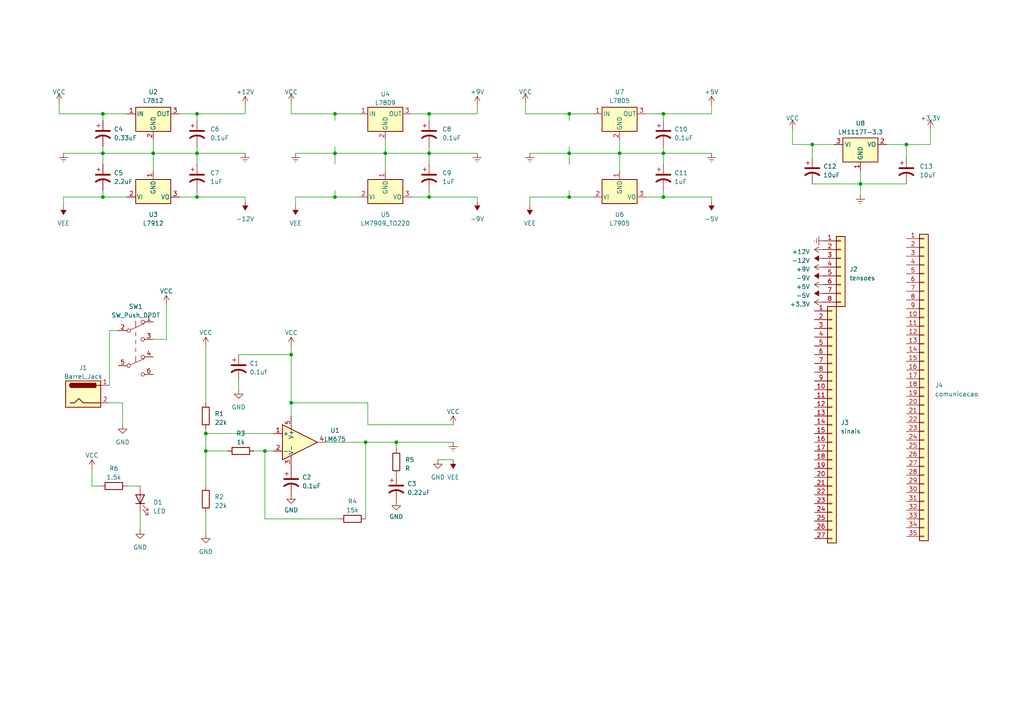
<source format=kicad_sch>
(kicad_sch (version 20230121) (generator eeschema)
  (paper "A4")
  (title_block (title "Fonte de tensao LM675") (date "2023-04-11") (rev "v01") (company "EITduino") (comment 1 "Autor: Gustavo Pinheiro") (comment 2 "reguladores: usar capacitores de tantalo"))
  (lib_symbols
    (symbol "Amplifier_Operational:LM675" (pin_names (offset 0.127))
      (property "Reference" "U" (at 0 7.62 0))
      (property "Value" "LM675" (at 0 5.08 0))
      (symbol "LM675_0_1"
        (polyline (pts (xy -5.08 5.08) (xy 5.08 0) (xy -5.08 -5.08) (xy -5.08 5.08)) (stroke (width 0.254)) (fill (type background)))
      )
      (symbol "LM675_1_1"
        (pin input line (at -7.62 2.54 0) (length 2.54) (name "+") (number "1"))
        (pin input line (at -7.62 -2.54 0) (length 2.54) (name "-") (number "2"))
        (pin power_in line (at -2.54 -7.62 90) (length 3.81) (name "V-") (number "3"))
        (pin output line (at 7.62 0 180) (length 2.54) (name "~") (number "4"))
        (pin power_in line (at -2.54 7.62 270) (length 3.81) (name "V+") (number "5"))
      )
    )
    (symbol "Connector:Barrel_Jack" (pin_names (offset 1.016))
      (property "Reference" "J" (at 0 5.334 0))
      (property "Value" "Barrel_Jack" (at 0 -5.08 0))
      (symbol "Barrel_Jack_0_1"
        (rectangle (start -5.08 3.81) (end 5.08 -3.81) (stroke (width 0.254)) (fill (type background)))
        (arc (start -3.302 3.175) (mid -3.9343 2.54) (end -3.302 1.905) (stroke (width 0.254)))
        (arc (start -3.302 3.175) (mid -3.9343 2.54) (end -3.302 1.905) (stroke (width 0.254)) (fill (type outline)))
        (polyline (pts (xy 5.08 2.54) (xy 3.81 2.54)) (stroke (width 0.254)))
        (polyline (pts (xy -3.81 -2.54) (xy -2.54 -2.54) (xy -1.27 -1.27) (xy 0 -2.54) (xy 2.54 -2.54) (xy 5.08 -2.54)) (stroke (width 0.254)))
        (rectangle (start 3.683 3.175) (end -3.302 1.905) (stroke (width 0.254)) (fill (type outline)))
      )
      (symbol "Barrel_Jack_1_1"
        (pin passive line (at 7.62 2.54 180) (length 2.54) (name "~") (number "1"))
        (pin passive line (at 7.62 -2.54 180) (length 2.54) (name "~") (number "2"))
      )
    )
    (symbol "Connector_Generic:Conn_01x08" (pin_names (offset 1.016) hide)
      (property "Reference" "J" (at 0 10.16 0))
      (property "Value" "Conn_01x08" (at 0 -12.7 0))
      (symbol "Conn_01x08_1_1"
        (rectangle (start -1.27 -10.033) (end 0 -10.287) (stroke (width 0.1524)))
        (rectangle (start -1.27 -7.493) (end 0 -7.747) (stroke (width 0.1524)))
        (rectangle (start -1.27 -4.953) (end 0 -5.207) (stroke (width 0.1524)))
        (rectangle (start -1.27 -2.413) (end 0 -2.667) (stroke (width 0.1524)))
        (rectangle (start -1.27 0.127) (end 0 -0.127) (stroke (width 0.1524)))
        (rectangle (start -1.27 2.667) (end 0 2.413) (stroke (width 0.1524)))
        (rectangle (start -1.27 5.207) (end 0 4.953) (stroke (width 0.1524)))
        (rectangle (start -1.27 7.747) (end 0 7.493) (stroke (width 0.1524)))
        (rectangle (start -1.27 8.89) (end 1.27 -11.43) (stroke (width 0.254)) (fill (type background)))
        (pin passive line (at -5.08 7.62 0) (length 3.81) (name "Pin_1") (number "1"))
        (pin passive line (at -5.08 5.08 0) (length 3.81) (name "Pin_2") (number "2"))
        (pin passive line (at -5.08 2.54 0) (length 3.81) (name "Pin_3") (number "3"))
        (pin passive line (at -5.08 0 0) (length 3.81) (name "Pin_4") (number "4"))
        (pin passive line (at -5.08 -2.54 0) (length 3.81) (name "Pin_5") (number "5"))
        (pin passive line (at -5.08 -5.08 0) (length 3.81) (name "Pin_6") (number "6"))
        (pin passive line (at -5.08 -7.62 0) (length 3.81) (name "Pin_7") (number "7"))
        (pin passive line (at -5.08 -10.16 0) (length 3.81) (name "Pin_8") (number "8"))
      )
    )
    (symbol "Connector_Generic:Conn_01x27" (pin_names (offset 1.016) hide)
      (property "Reference" "J" (at 0 35.56 0))
      (property "Value" "Conn_01x27" (at 0 -35.56 0))
      (symbol "Conn_01x27_1_1"
        (rectangle (start -1.27 -32.893) (end 0 -33.147) (stroke (width 0.1524)))
        (rectangle (start -1.27 -30.353) (end 0 -30.607) (stroke (width 0.1524)))
        (rectangle (start -1.27 -27.813) (end 0 -28.067) (stroke (width 0.1524)))
        (rectangle (start -1.27 -25.273) (end 0 -25.527) (stroke (width 0.1524)))
        (rectangle (start -1.27 -22.733) (end 0 -22.987) (stroke (width 0.1524)))
        (rectangle (start -1.27 -20.193) (end 0 -20.447) (stroke (width 0.1524)))
        (rectangle (start -1.27 -17.653) (end 0 -17.907) (stroke (width 0.1524)))
        (rectangle (start -1.27 -15.113) (end 0 -15.367) (stroke (width 0.1524)))
        (rectangle (start -1.27 -12.573) (end 0 -12.827) (stroke (width 0.1524)))
        (rectangle (start -1.27 -10.033) (end 0 -10.287) (stroke (width 0.1524)))
        (rectangle (start -1.27 -7.493) (end 0 -7.747) (stroke (width 0.1524)))
        (rectangle (start -1.27 -4.953) (end 0 -5.207) (stroke (width 0.1524)))
        (rectangle (start -1.27 -2.413) (end 0 -2.667) (stroke (width 0.1524)))
        (rectangle (start -1.27 0.127) (end 0 -0.127) (stroke (width 0.1524)))
        (rectangle (start -1.27 2.667) (end 0 2.413) (stroke (width 0.1524)))
        (rectangle (start -1.27 5.207) (end 0 4.953) (stroke (width 0.1524)))
        (rectangle (start -1.27 7.747) (end 0 7.493) (stroke (width 0.1524)))
        (rectangle (start -1.27 10.287) (end 0 10.033) (stroke (width 0.1524)))
        (rectangle (start -1.27 12.827) (end 0 12.573) (stroke (width 0.1524)))
        (rectangle (start -1.27 15.367) (end 0 15.113) (stroke (width 0.1524)))
        (rectangle (start -1.27 17.907) (end 0 17.653) (stroke (width 0.1524)))
        (rectangle (start -1.27 20.447) (end 0 20.193) (stroke (width 0.1524)))
        (rectangle (start -1.27 22.987) (end 0 22.733) (stroke (width 0.1524)))
        (rectangle (start -1.27 25.527) (end 0 25.273) (stroke (width 0.1524)))
        (rectangle (start -1.27 28.067) (end 0 27.813) (stroke (width 0.1524)))
        (rectangle (start -1.27 30.607) (end 0 30.353) (stroke (width 0.1524)))
        (rectangle (start -1.27 33.147) (end 0 32.893) (stroke (width 0.1524)))
        (rectangle (start -1.27 34.29) (end 1.27 -34.29) (stroke (width 0.254)) (fill (type background)))
        (pin passive line (at -5.08 33.02 0) (length 3.81) (name "Pin_1") (number "1"))
        (pin passive line (at -5.08 10.16 0) (length 3.81) (name "Pin_10") (number "10"))
        (pin passive line (at -5.08 7.62 0) (length 3.81) (name "Pin_11") (number "11"))
        (pin passive line (at -5.08 5.08 0) (length 3.81) (name "Pin_12") (number "12"))
        (pin passive line (at -5.08 2.54 0) (length 3.81) (name "Pin_13") (number "13"))
        (pin passive line (at -5.08 0 0) (length 3.81) (name "Pin_14") (number "14"))
        (pin passive line (at -5.08 -2.54 0) (length 3.81) (name "Pin_15") (number "15"))
        (pin passive line (at -5.08 -5.08 0) (length 3.81) (name "Pin_16") (number "16"))
        (pin passive line (at -5.08 -7.62 0) (length 3.81) (name "Pin_17") (number "17"))
        (pin passive line (at -5.08 -10.16 0) (length 3.81) (name "Pin_18") (number "18"))
        (pin passive line (at -5.08 -12.7 0) (length 3.81) (name "Pin_19") (number "19"))
        (pin passive line (at -5.08 30.48 0) (length 3.81) (name "Pin_2") (number "2"))
        (pin passive line (at -5.08 -15.24 0) (length 3.81) (name "Pin_20") (number "20"))
        (pin passive line (at -5.08 -17.78 0) (length 3.81) (name "Pin_21") (number "21"))
        (pin passive line (at -5.08 -20.32 0) (length 3.81) (name "Pin_22") (number "22"))
        (pin passive line (at -5.08 -22.86 0) (length 3.81) (name "Pin_23") (number "23"))
        (pin passive line (at -5.08 -25.4 0) (length 3.81) (name "Pin_24") (number "24"))
        (pin passive line (at -5.08 -27.94 0) (length 3.81) (name "Pin_25") (number "25"))
        (pin passive line (at -5.08 -30.48 0) (length 3.81) (name "Pin_26") (number "26"))
        (pin passive line (at -5.08 -33.02 0) (length 3.81) (name "Pin_27") (number "27"))
        (pin passive line (at -5.08 27.94 0) (length 3.81) (name "Pin_3") (number "3"))
        (pin passive line (at -5.08 25.4 0) (length 3.81) (name "Pin_4") (number "4"))
        (pin passive line (at -5.08 22.86 0) (length 3.81) (name "Pin_5") (number "5"))
        (pin passive line (at -5.08 20.32 0) (length 3.81) (name "Pin_6") (number "6"))
        (pin passive line (at -5.08 17.78 0) (length 3.81) (name "Pin_7") (number "7"))
        (pin passive line (at -5.08 15.24 0) (length 3.81) (name "Pin_8") (number "8"))
        (pin passive line (at -5.08 12.7 0) (length 3.81) (name "Pin_9") (number "9"))
      )
    )
    (symbol "Connector_Generic:Conn_01x35" (pin_names (offset 1.016) hide)
      (property "Reference" "J" (at 0 45.72 0))
      (property "Value" "Conn_01x35" (at 0 -45.72 0))
      (symbol "Conn_01x35_1_1"
        (rectangle (start -1.27 -43.053) (end 0 -43.307) (stroke (width 0.1524)))
        (rectangle (start -1.27 -40.513) (end 0 -40.767) (stroke (width 0.1524)))
        (rectangle (start -1.27 -37.973) (end 0 -38.227) (stroke (width 0.1524)))
        (rectangle (start -1.27 -35.433) (end 0 -35.687) (stroke (width 0.1524)))
        (rectangle (start -1.27 -32.893) (end 0 -33.147) (stroke (width 0.1524)))
        (rectangle (start -1.27 -30.353) (end 0 -30.607) (stroke (width 0.1524)))
        (rectangle (start -1.27 -27.813) (end 0 -28.067) (stroke (width 0.1524)))
        (rectangle (start -1.27 -25.273) (end 0 -25.527) (stroke (width 0.1524)))
        (rectangle (start -1.27 -22.733) (end 0 -22.987) (stroke (width 0.1524)))
        (rectangle (start -1.27 -20.193) (end 0 -20.447) (stroke (width 0.1524)))
        (rectangle (start -1.27 -17.653) (end 0 -17.907) (stroke (width 0.1524)))
        (rectangle (start -1.27 -15.113) (end 0 -15.367) (stroke (width 0.1524)))
        (rectangle (start -1.27 -12.573) (end 0 -12.827) (stroke (width 0.1524)))
        (rectangle (start -1.27 -10.033) (end 0 -10.287) (stroke (width 0.1524)))
        (rectangle (start -1.27 -7.493) (end 0 -7.747) (stroke (width 0.1524)))
        (rectangle (start -1.27 -4.953) (end 0 -5.207) (stroke (width 0.1524)))
        (rectangle (start -1.27 -2.413) (end 0 -2.667) (stroke (width 0.1524)))
        (rectangle (start -1.27 0.127) (end 0 -0.127) (stroke (width 0.1524)))
        (rectangle (start -1.27 2.667) (end 0 2.413) (stroke (width 0.1524)))
        (rectangle (start -1.27 5.207) (end 0 4.953) (stroke (width 0.1524)))
        (rectangle (start -1.27 7.747) (end 0 7.493) (stroke (width 0.1524)))
        (rectangle (start -1.27 10.287) (end 0 10.033) (stroke (width 0.1524)))
        (rectangle (start -1.27 12.827) (end 0 12.573) (stroke (width 0.1524)))
        (rectangle (start -1.27 15.367) (end 0 15.113) (stroke (width 0.1524)))
        (rectangle (start -1.27 17.907) (end 0 17.653) (stroke (width 0.1524)))
        (rectangle (start -1.27 20.447) (end 0 20.193) (stroke (width 0.1524)))
        (rectangle (start -1.27 22.987) (end 0 22.733) (stroke (width 0.1524)))
        (rectangle (start -1.27 25.527) (end 0 25.273) (stroke (width 0.1524)))
        (rectangle (start -1.27 28.067) (end 0 27.813) (stroke (width 0.1524)))
        (rectangle (start -1.27 30.607) (end 0 30.353) (stroke (width 0.1524)))
        (rectangle (start -1.27 33.147) (end 0 32.893) (stroke (width 0.1524)))
        (rectangle (start -1.27 35.687) (end 0 35.433) (stroke (width 0.1524)))
        (rectangle (start -1.27 38.227) (end 0 37.973) (stroke (width 0.1524)))
        (rectangle (start -1.27 40.767) (end 0 40.513) (stroke (width 0.1524)))
        (rectangle (start -1.27 43.307) (end 0 43.053) (stroke (width 0.1524)))
        (rectangle (start -1.27 44.45) (end 1.27 -44.45) (stroke (width 0.254)) (fill (type background)))
        (pin passive line (at -5.08 43.18 0) (length 3.81) (name "Pin_1") (number "1"))
        (pin passive line (at -5.08 20.32 0) (length 3.81) (name "Pin_10") (number "10"))
        (pin passive line (at -5.08 17.78 0) (length 3.81) (name "Pin_11") (number "11"))
        (pin passive line (at -5.08 15.24 0) (length 3.81) (name "Pin_12") (number "12"))
        (pin passive line (at -5.08 12.7 0) (length 3.81) (name "Pin_13") (number "13"))
        (pin passive line (at -5.08 10.16 0) (length 3.81) (name "Pin_14") (number "14"))
        (pin passive line (at -5.08 7.62 0) (length 3.81) (name "Pin_15") (number "15"))
        (pin passive line (at -5.08 5.08 0) (length 3.81) (name "Pin_16") (number "16"))
        (pin passive line (at -5.08 2.54 0) (length 3.81) (name "Pin_17") (number "17"))
        (pin passive line (at -5.08 0 0) (length 3.81) (name "Pin_18") (number "18"))
        (pin passive line (at -5.08 -2.54 0) (length 3.81) (name "Pin_19") (number "19"))
        (pin passive line (at -5.08 40.64 0) (length 3.81) (name "Pin_2") (number "2"))
        (pin passive line (at -5.08 -5.08 0) (length 3.81) (name "Pin_20") (number "20"))
        (pin passive line (at -5.08 -7.62 0) (length 3.81) (name "Pin_21") (number "21"))
        (pin passive line (at -5.08 -10.16 0) (length 3.81) (name "Pin_22") (number "22"))
        (pin passive line (at -5.08 -12.7 0) (length 3.81) (name "Pin_23") (number "23"))
        (pin passive line (at -5.08 -15.24 0) (length 3.81) (name "Pin_24") (number "24"))
        (pin passive line (at -5.08 -17.78 0) (length 3.81) (name "Pin_25") (number "25"))
        (pin passive line (at -5.08 -20.32 0) (length 3.81) (name "Pin_26") (number "26"))
        (pin passive line (at -5.08 -22.86 0) (length 3.81) (name "Pin_27") (number "27"))
        (pin passive line (at -5.08 -25.4 0) (length 3.81) (name "Pin_28") (number "28"))
        (pin passive line (at -5.08 -27.94 0) (length 3.81) (name "Pin_29") (number "29"))
        (pin passive line (at -5.08 38.1 0) (length 3.81) (name "Pin_3") (number "3"))
        (pin passive line (at -5.08 -30.48 0) (length 3.81) (name "Pin_30") (number "30"))
        (pin passive line (at -5.08 -33.02 0) (length 3.81) (name "Pin_31") (number "31"))
        (pin passive line (at -5.08 -35.56 0) (length 3.81) (name "Pin_32") (number "32"))
        (pin passive line (at -5.08 -38.1 0) (length 3.81) (name "Pin_33") (number "33"))
        (pin passive line (at -5.08 -40.64 0) (length 3.81) (name "Pin_34") (number "34"))
        (pin passive line (at -5.08 -43.18 0) (length 3.81) (name "Pin_35") (number "35"))
        (pin passive line (at -5.08 35.56 0) (length 3.81) (name "Pin_4") (number "4"))
        (pin passive line (at -5.08 33.02 0) (length 3.81) (name "Pin_5") (number "5"))
        (pin passive line (at -5.08 30.48 0) (length 3.81) (name "Pin_6") (number "6"))
        (pin passive line (at -5.08 27.94 0) (length 3.81) (name "Pin_7") (number "7"))
        (pin passive line (at -5.08 25.4 0) (length 3.81) (name "Pin_8") (number "8"))
        (pin passive line (at -5.08 22.86 0) (length 3.81) (name "Pin_9") (number "9"))
      )
    )
    (symbol "Device:C_Polarized_US" (pin_numbers hide) (pin_names (offset 0.254) hide)
      (property "Reference" "C" (at 0.635 2.54 0))
      (property "Value" "C_Polarized_US" (at 0.635 -2.54 0))
      (symbol "C_Polarized_US_0_1"
        (polyline (pts (xy -2.032 0.762) (xy 2.032 0.762)) (stroke (width 0.508)))
        (polyline (pts (xy -1.778 2.286) (xy -0.762 2.286)))
        (polyline (pts (xy -1.27 1.778) (xy -1.27 2.794)))
        (arc (start 2.032 -1.27) (mid 0 -0.5572) (end -2.032 -1.27) (stroke (width 0.508)))
      )
      (symbol "C_Polarized_US_1_1"
        (pin passive line (at 0 3.81 270) (length 2.794) (name "~") (number "1"))
        (pin passive line (at 0 -3.81 90) (length 3.302) (name "~") (number "2"))
      )
    )
    (symbol "Device:LED" (pin_numbers hide) (pin_names (offset 1.016) hide)
      (property "Reference" "D" (at 0 2.54 0))
      (property "Value" "LED" (at 0 -2.54 0))
      (symbol "LED_0_1"
        (polyline (pts (xy -1.27 -1.27) (xy -1.27 1.27)) (stroke (width 0.254)))
        (polyline (pts (xy -1.27 0) (xy 1.27 0)))
        (polyline (pts (xy 1.27 -1.27) (xy 1.27 1.27) (xy -1.27 0) (xy 1.27 -1.27)) (stroke (width 0.254)))
        (polyline (pts (xy -3.048 -0.762) (xy -4.572 -2.286) (xy -3.81 -2.286) (xy -4.572 -2.286) (xy -4.572 -1.524)))
        (polyline (pts (xy -1.778 -0.762) (xy -3.302 -2.286) (xy -2.54 -2.286) (xy -3.302 -2.286) (xy -3.302 -1.524)))
      )
      (symbol "LED_1_1"
        (pin passive line (at -3.81 0 0) (length 2.54) (name "K") (number "1"))
        (pin passive line (at 3.81 0 180) (length 2.54) (name "A") (number "2"))
      )
    )
    (symbol "Device:R" (pin_numbers hide) (pin_names (offset 0))
      (property "Reference" "R" (at 2.032 0 90))
      (property "Value" "R" (at 0 0 90))
      (symbol "R_0_1"
        (rectangle (start -1.016 -2.54) (end 1.016 2.54) (stroke (width 0.254)))
      )
      (symbol "R_1_1"
        (pin passive line (at 0 3.81 270) (length 1.27) (name "~") (number "1"))
        (pin passive line (at 0 -3.81 90) (length 1.27) (name "~") (number "2"))
      )
    )
    (symbol "GND_1" (power) (pin_names (offset 0))
      (property "Value" "GND_1" (at 0 -3.81 0))
      (symbol "GND_1_0_1"
        (polyline (pts (xy 0 0) (xy 0 -1.27) (xy 1.27 -1.27) (xy 0 -2.54) (xy -1.27 -1.27) (xy 0 -1.27)))
      )
      (symbol "GND_1_1_1"
        (pin power_in line (at 0 0 270) (length 0) hide (name "GND") (number "1"))
      )
    )
    (symbol "Regulator_Linear:L7805" (pin_names (offset 0.254))
      (property "Reference" "U" (at -3.81 3.175 0))
      (property "Value" "L7805" (at 0 3.175 0))
      (symbol "L7805_0_1"
        (rectangle (start -5.08 1.905) (end 5.08 -5.08) (stroke (width 0.254)) (fill (type background)))
      )
      (symbol "L7805_1_1"
        (pin power_in line (at -7.62 0 0) (length 2.54) (name "IN") (number "1"))
        (pin power_in line (at 0 -7.62 90) (length 2.54) (name "GND") (number "2"))
        (pin power_out line (at 7.62 0 180) (length 2.54) (name "OUT") (number "3"))
      )
    )
    (symbol "Regulator_Linear:L7809" (pin_names (offset 0.254))
      (property "Reference" "U" (at -3.81 3.175 0))
      (property "Value" "L7809" (at 0 3.175 0))
      (symbol "L7809_0_1"
        (rectangle (start -5.08 1.905) (end 5.08 -5.08) (stroke (width 0.254)) (fill (type background)))
      )
      (symbol "L7809_1_1"
        (pin power_in line (at -7.62 0 0) (length 2.54) (name "IN") (number "1"))
        (pin power_in line (at 0 -7.62 90) (length 2.54) (name "GND") (number "2"))
        (pin power_out line (at 7.62 0 180) (length 2.54) (name "OUT") (number "3"))
      )
    )
    (symbol "Regulator_Linear:L7812" (pin_names (offset 0.254))
      (property "Reference" "U" (at -3.81 3.175 0))
      (property "Value" "L7812" (at 0 3.175 0))
      (symbol "L7812_0_1"
        (rectangle (start -5.08 1.905) (end 5.08 -5.08) (stroke (width 0.254)) (fill (type background)))
      )
      (symbol "L7812_1_1"
        (pin power_in line (at -7.62 0 0) (length 2.54) (name "IN") (number "1"))
        (pin power_in line (at 0 -7.62 90) (length 2.54) (name "GND") (number "2"))
        (pin power_out line (at 7.62 0 180) (length 2.54) (name "OUT") (number "3"))
      )
    )
    (symbol "Regulator_Linear:L7905" (pin_names (offset 0.254))
      (property "Reference" "U" (at -3.81 -3.175 0))
      (property "Value" "L7905" (at 0 -3.175 0))
      (symbol "L7905_0_1"
        (rectangle (start -5.08 5.08) (end 5.08 -1.905) (stroke (width 0.254)) (fill (type background)))
      )
      (symbol "L7905_1_1"
        (pin power_in line (at 0 7.62 270) (length 2.54) (name "GND") (number "1"))
        (pin power_in line (at -7.62 0 0) (length 2.54) (name "VI") (number "2"))
        (pin power_out line (at 7.62 0 180) (length 2.54) (name "VO") (number "3"))
      )
    )
    (symbol "Regulator_Linear:L7912" (pin_names (offset 0.254))
      (property "Reference" "U" (at -3.81 -3.175 0))
      (property "Value" "L7912" (at 0 -3.175 0))
      (symbol "L7912_0_1"
        (rectangle (start -5.08 5.08) (end 5.08 -1.905) (stroke (width 0.254)) (fill (type background)))
      )
      (symbol "L7912_1_1"
        (pin power_in line (at 0 7.62 270) (length 2.54) (name "GND") (number "1"))
        (pin power_in line (at -7.62 0 0) (length 2.54) (name "VI") (number "2"))
        (pin power_out line (at 7.62 0 180) (length 2.54) (name "VO") (number "3"))
      )
    )
    (symbol "Regulator_Linear:LM1117T-3.3"
      (property "Reference" "U" (at -3.81 3.175 0))
      (property "Value" "LM1117T-3.3" (at 0 3.175 0))
      (symbol "LM1117T-3.3_0_1"
        (rectangle (start -5.08 -5.08) (end 5.08 1.905) (stroke (width 0.254)) (fill (type background)))
      )
      (symbol "LM1117T-3.3_1_1"
        (pin power_in line (at 0 -7.62 90) (length 2.54) (name "GND") (number "1"))
        (pin power_out line (at 7.62 0 180) (length 2.54) (name "VO") (number "2"))
        (pin power_in line (at -7.62 0 0) (length 2.54) (name "VI") (number "3"))
      )
    )
    (symbol "Regulator_Linear:LM7909_TO220" (pin_names (offset 0.254))
      (property "Reference" "U" (at -3.81 -3.175 0))
      (property "Value" "LM7909_TO220" (at 0 -3.175 0))
      (symbol "LM7909_TO220_0_1"
        (rectangle (start -5.08 5.08) (end 5.08 -1.905) (stroke (width 0.254)) (fill (type background)))
      )
      (symbol "LM7909_TO220_1_1"
        (pin power_in line (at 0 7.62 270) (length 2.54) (name "GND") (number "1"))
        (pin power_in line (at -7.62 0 0) (length 2.54) (name "VI") (number "2"))
        (pin power_out line (at 7.62 0 180) (length 2.54) (name "VO") (number "3"))
      )
    )
    (symbol "Switch:SW_Push_DPDT" (pin_names (offset 0) hide)
      (property "Reference" "SW" (at 0 8.89 0))
      (property "Value" "SW_Push_DPDT" (at 0 -10.16 0))
      (symbol "SW_Push_DPDT_0_0"
        (circle (center -2.032 -5.08) (radius 0.508))
        (circle (center -2.032 5.08) (radius 0.508))
        (circle (center 2.032 -7.62) (radius 0.508))
        (circle (center 2.032 2.54) (radius 0.508))
      )
      (symbol "SW_Push_DPDT_0_1"
        (polyline (pts (xy -1.524 -4.826) (xy 2.54 -3.048)))
        (polyline (pts (xy -1.524 5.334) (xy 2.54 7.112)))
        (polyline (pts (xy 0 -2.286) (xy 0 -4.064)))
        (polyline (pts (xy 0 -1.016) (xy 0 0)))
        (polyline (pts (xy 0 1.27) (xy 0 2.286)))
        (polyline (pts (xy 0 3.556) (xy 0 4.572)))
        (polyline (pts (xy 0 7.874) (xy 0 6.096)))
        (circle (center 2.032 -2.54) (radius 0.508))
        (circle (center 2.032 7.62) (radius 0.508))
      )
      (symbol "SW_Push_DPDT_1_1"
        (pin passive line (at 5.08 7.62 180) (length 2.54) (name "A") (number "1"))
        (pin passive line (at -5.08 5.08 0) (length 2.54) (name "B") (number "2"))
        (pin passive line (at 5.08 2.54 180) (length 2.54) (name "C") (number "3"))
        (pin passive line (at 5.08 -2.54 180) (length 2.54) (name "A") (number "4"))
        (pin passive line (at -5.08 -5.08 0) (length 2.54) (name "B") (number "5"))
        (pin passive line (at 5.08 -7.62 180) (length 2.54) (name "C") (number "6"))
      )
    )
    (symbol "VCC_1" (power) (pin_names (offset 0))
      (property "Value" "VCC_1" (at 0 3.81 0))
      (symbol "VCC_1_0_1"
        (polyline (pts (xy -0.762 1.27) (xy 0 2.54)))
        (polyline (pts (xy 0 0) (xy 0 2.54)))
        (polyline (pts (xy 0 2.54) (xy 0.762 1.27)))
      )
      (symbol "VCC_1_1_1"
        (pin power_in line (at 0 0 90) (length 0) hide (name "VCC") (number "1"))
      )
    )
    (symbol "power:+12V" (power) (pin_names (offset 0))
      (property "Value" "+12V" (at 0 3.556 0))
      (symbol "+12V_0_1"
        (polyline (pts (xy -0.762 1.27) (xy 0 2.54)))
        (polyline (pts (xy 0 0) (xy 0 2.54)))
        (polyline (pts (xy 0 2.54) (xy 0.762 1.27)))
      )
      (symbol "+12V_1_1"
        (pin power_in line (at 0 0 90) (length 0) hide (name "+12V") (number "1"))
      )
    )
    (symbol "power:+3.3V" (power) (pin_names (offset 0))
      (property "Value" "+3.3V" (at 0 3.556 0))
      (symbol "+3.3V_0_1"
        (polyline (pts (xy -0.762 1.27) (xy 0 2.54)))
        (polyline (pts (xy 0 0) (xy 0 2.54)))
        (polyline (pts (xy 0 2.54) (xy 0.762 1.27)))
      )
      (symbol "+3.3V_1_1"
        (pin power_in line (at 0 0 90) (length 0) hide (name "+3.3V") (number "1"))
      )
    )
    (symbol "power:+5V" (power) (pin_names (offset 0))
      (property "Value" "+5V" (at 0 3.556 0))
      (symbol "+5V_0_1"
        (polyline (pts (xy -0.762 1.27) (xy 0 2.54)))
        (polyline (pts (xy 0 0) (xy 0 2.54)))
        (polyline (pts (xy 0 2.54) (xy 0.762 1.27)))
      )
      (symbol "+5V_1_1"
        (pin power_in line (at 0 0 90) (length 0) hide (name "+5V") (number "1"))
      )
    )
    (symbol "power:+9V" (power) (pin_names (offset 0))
      (property "Value" "+9V" (at 0 3.556 0))
      (symbol "+9V_0_1"
        (polyline (pts (xy -0.762 1.27) (xy 0 2.54)))
        (polyline (pts (xy 0 0) (xy 0 2.54)))
        (polyline (pts (xy 0 2.54) (xy 0.762 1.27)))
      )
      (symbol "+9V_1_1"
        (pin power_in line (at 0 0 90) (length 0) hide (name "+9V") (number "1"))
      )
    )
    (symbol "power:-12V" (power) (pin_names (offset 0))
      (property "Value" "-12V" (at 0 3.81 0))
      (symbol "-12V_0_0"
        (pin power_in line (at 0 0 90) (length 0) hide (name "-12V") (number "1"))
      )
      (symbol "-12V_0_1"
        (polyline (pts (xy 0 0) (xy 0 1.27) (xy 0.762 1.27) (xy 0 2.54) (xy -0.762 1.27) (xy 0 1.27)) (fill (type outline)))
      )
    )
    (symbol "power:-5V" (power) (pin_names (offset 0))
      (property "Value" "-5V" (at 0 3.81 0))
      (symbol "-5V_0_0"
        (pin power_in line (at 0 0 90) (length 0) hide (name "-5V") (number "1"))
      )
      (symbol "-5V_0_1"
        (polyline (pts (xy 0 0) (xy 0 1.27) (xy 0.762 1.27) (xy 0 2.54) (xy -0.762 1.27) (xy 0 1.27)) (fill (type outline)))
      )
    )
    (symbol "power:-9V" (power) (pin_names (offset 0))
      (property "Value" "-9V" (at 0 3.81 0))
      (symbol "-9V_0_1"
        (polyline (pts (xy 0 0) (xy 0 2.54)))
        (polyline (pts (xy 0.762 1.27) (xy -0.762 1.27) (xy 0 2.54) (xy 0.762 1.27)) (fill (type outline)))
      )
      (symbol "-9V_1_1"
        (pin power_in line (at 0 0 90) (length 0) hide (name "-9V") (number "1"))
      )
    )
    (symbol "power:Earth" (power) (pin_names (offset 0))
      (symbol "Earth_0_1"
        (polyline (pts (xy -0.635 -1.905) (xy 0.635 -1.905)))
        (polyline (pts (xy -0.127 -2.54) (xy 0.127 -2.54)))
        (polyline (pts (xy 0 -1.27) (xy 0 0)))
        (polyline (pts (xy 1.27 -1.27) (xy -1.27 -1.27)))
      )
      (symbol "Earth_1_1"
        (pin power_in line (at 0 0 270) (length 0) hide (name "Earth") (number "1"))
      )
    )
    (symbol "power:GND" (power) (pin_names (offset 0))
      (property "Value" "GND" (at 0 -3.81 0))
      (symbol "GND_0_1"
        (polyline (pts (xy 0 0) (xy 0 -1.27) (xy 1.27 -1.27) (xy 0 -2.54) (xy -1.27 -1.27) (xy 0 -1.27)))
      )
      (symbol "GND_1_1"
        (pin power_in line (at 0 0 270) (length 0) hide (name "GND") (number "1"))
      )
    )
    (symbol "power:VCC" (power) (pin_names (offset 0))
      (property "Value" "VCC" (at 0 3.81 0))
      (symbol "VCC_0_1"
        (polyline (pts (xy -0.762 1.27) (xy 0 2.54)))
        (polyline (pts (xy 0 0) (xy 0 2.54)))
        (polyline (pts (xy 0 2.54) (xy 0.762 1.27)))
      )
      (symbol "VCC_1_1"
        (pin power_in line (at 0 0 90) (length 0) hide (name "VCC") (number "1"))
      )
    )
    (symbol "power:VEE" (power) (pin_names (offset 0))
      (property "Value" "VEE" (at 0 3.81 0))
      (symbol "VEE_0_1"
        (polyline (pts (xy 0 0) (xy 0 2.54)))
        (polyline (pts (xy 0.762 1.27) (xy -0.762 1.27) (xy 0 2.54) (xy 0.762 1.27)) (fill (type outline)))
      )
      (symbol "VEE_1_1"
        (pin power_in line (at 0 0 90) (length 0) hide (name "VEE") (number "1"))
      )
    )
  )
  (junction (at 192.405 57.15))
  (junction (at 44.45 44.45))
  (junction (at 57.15 44.45))
  (junction (at 97.155 33.02))
  (junction (at 111.76 44.45))
  (junction (at 84.455 116.84))
  (junction (at 192.405 44.45))
  (junction (at 235.585 41.91))
  (junction (at 165.1 57.15))
  (junction (at 29.845 57.15))
  (junction (at 84.455 102.87))
  (junction (at 165.1 44.45))
  (junction (at 192.405 33.02))
  (junction (at 124.46 57.15))
  (junction (at 59.69 125.73))
  (junction (at 114.935 128.27))
  (junction (at 97.155 44.45))
  (junction (at 249.555 53.34))
  (junction (at 124.46 33.02))
  (junction (at 29.845 33.02))
  (junction (at 59.69 130.81))
  (junction (at 57.15 33.02))
  (junction (at 262.89 41.91))
  (junction (at 179.705 44.45))
  (junction (at 76.835 130.81))
  (junction (at 57.15 57.15))
  (junction (at 124.46 44.45))
  (junction (at 106.045 128.27))
  (junction (at 29.845 44.45))
  (junction (at 165.1 33.02))
  (junction (at 97.155 57.15))
  (wire (pts (xy 76.835 150.495) (xy 76.835 130.81)))
  (wire (pts (xy 269.875 41.91) (xy 262.89 41.91)))
  (wire (pts (xy 84.455 29.845) (xy 84.455 33.02)))
  (wire (pts (xy 29.845 33.02) (xy 36.83 33.02)))
  (wire (pts (xy 18.415 44.45) (xy 29.845 44.45)))
  (wire (pts (xy 84.455 116.84) (xy 84.455 120.65)))
  (wire (pts (xy 48.26 88.265) (xy 48.26 98.425)))
  (wire (pts (xy 235.585 41.91) (xy 241.935 41.91)))
  (wire (pts (xy 229.87 41.91) (xy 235.585 41.91)))
  (wire (pts (xy 97.155 33.02) (xy 104.14 33.02)))
  (wire (pts (xy 40.64 148.59) (xy 40.64 153.67)))
  (wire (pts (xy 69.215 110.49) (xy 69.215 113.03)))
  (wire (pts (xy 69.215 102.87) (xy 84.455 102.87)))
  (wire (pts (xy 85.725 57.15) (xy 97.155 57.15)))
  (wire (pts (xy 76.835 130.81) (xy 79.375 130.81)))
  (wire (pts (xy 165.1 33.02) (xy 172.085 33.02)))
  (wire (pts (xy 85.725 59.69) (xy 85.725 57.15)))
  (wire (pts (xy 111.76 40.64) (xy 111.76 44.45)))
  (wire (pts (xy 114.935 128.27) (xy 131.445 128.27)))
  (wire (pts (xy 97.155 34.925) (xy 97.155 33.02)))
  (wire (pts (xy 192.405 42.545) (xy 192.405 44.45)))
  (wire (pts (xy 152.4 33.02) (xy 165.1 33.02)))
  (wire (pts (xy 26.67 140.97) (xy 29.21 140.97)))
  (wire (pts (xy 152.4 29.845) (xy 152.4 33.02)))
  (wire (pts (xy 192.405 44.45) (xy 206.375 44.45)))
  (wire (pts (xy 187.325 33.02) (xy 192.405 33.02)))
  (wire (pts (xy 34.29 95.885) (xy 31.75 95.885)))
  (wire (pts (xy 165.1 34.925) (xy 165.1 33.02)))
  (wire (pts (xy 165.1 44.45) (xy 179.705 44.45)))
  (wire (pts (xy 114.935 128.27) (xy 114.935 130.175)))
  (wire (pts (xy 153.67 57.15) (xy 165.1 57.15)))
  (wire (pts (xy 165.1 42.545) (xy 165.1 44.45)))
  (wire (pts (xy 106.68 123.19) (xy 106.68 116.84)))
  (wire (pts (xy 59.69 124.46) (xy 59.69 125.73)))
  (wire (pts (xy 262.89 41.91) (xy 262.89 45.72)))
  (wire (pts (xy 71.12 57.15) (xy 71.12 58.42)))
  (wire (pts (xy 57.15 44.45) (xy 71.12 44.45)))
  (wire (pts (xy 192.405 33.02) (xy 192.405 34.925)))
  (wire (pts (xy 57.15 44.45) (xy 57.15 47.625)))
  (wire (pts (xy 18.415 57.15) (xy 29.845 57.15)))
  (wire (pts (xy 192.405 33.02) (xy 206.375 33.02)))
  (wire (pts (xy 35.56 116.84) (xy 35.56 123.19)))
  (wire (pts (xy 192.405 57.15) (xy 206.375 57.15)))
  (wire (pts (xy 57.15 57.15) (xy 57.15 55.245)))
  (wire (pts (xy 97.155 55.245) (xy 97.155 57.15)))
  (wire (pts (xy 127 133.35) (xy 131.445 133.35)))
  (wire (pts (xy 119.38 33.02) (xy 124.46 33.02)))
  (wire (pts (xy 29.845 57.15) (xy 36.83 57.15)))
  (wire (pts (xy 106.045 128.27) (xy 106.045 150.495)))
  (wire (pts (xy 229.87 37.465) (xy 229.87 41.91)))
  (wire (pts (xy 124.46 44.45) (xy 138.43 44.45)))
  (wire (pts (xy 29.845 44.45) (xy 44.45 44.45)))
  (wire (pts (xy 111.76 44.45) (xy 124.46 44.45)))
  (wire (pts (xy 235.585 53.34) (xy 249.555 53.34)))
  (wire (pts (xy 206.375 57.15) (xy 206.375 58.42)))
  (wire (pts (xy 48.26 98.425) (xy 44.45 98.425)))
  (wire (pts (xy 26.67 135.89) (xy 26.67 140.97)))
  (wire (pts (xy 165.1 55.245) (xy 165.1 57.15)))
  (wire (pts (xy 124.46 57.15) (xy 138.43 57.15)))
  (wire (pts (xy 59.69 125.73) (xy 79.375 125.73)))
  (wire (pts (xy 36.83 140.97) (xy 40.64 140.97)))
  (wire (pts (xy 192.405 44.45) (xy 192.405 47.625)))
  (wire (pts (xy 249.555 53.34) (xy 249.555 56.515)))
  (wire (pts (xy 17.145 33.02) (xy 29.845 33.02)))
  (wire (pts (xy 29.845 34.925) (xy 29.845 33.02)))
  (wire (pts (xy 97.155 44.45) (xy 111.76 44.45)))
  (wire (pts (xy 84.455 100.33) (xy 84.455 102.87)))
  (wire (pts (xy 52.07 33.02) (xy 57.15 33.02)))
  (wire (pts (xy 187.325 57.15) (xy 192.405 57.15)))
  (wire (pts (xy 98.425 150.495) (xy 76.835 150.495)))
  (wire (pts (xy 57.15 33.02) (xy 57.15 34.925)))
  (wire (pts (xy 44.45 40.64) (xy 44.45 44.45)))
  (wire (pts (xy 179.705 40.64) (xy 179.705 44.45)))
  (wire (pts (xy 153.67 44.45) (xy 165.1 44.45)))
  (wire (pts (xy 97.155 42.545) (xy 97.155 44.45)))
  (wire (pts (xy 106.045 128.27) (xy 114.935 128.27)))
  (wire (pts (xy 179.705 44.45) (xy 192.405 44.45)))
  (wire (pts (xy 97.155 57.15) (xy 104.14 57.15)))
  (wire (pts (xy 59.69 100.33) (xy 59.69 116.84)))
  (wire (pts (xy 179.705 44.45) (xy 179.705 49.53)))
  (wire (pts (xy 84.455 33.02) (xy 97.155 33.02)))
  (wire (pts (xy 29.845 42.545) (xy 29.845 44.45)))
  (wire (pts (xy 31.75 95.885) (xy 31.75 111.76)))
  (wire (pts (xy 192.405 57.15) (xy 192.405 55.245)))
  (wire (pts (xy 85.725 44.45) (xy 97.155 44.45)))
  (wire (pts (xy 124.46 57.15) (xy 124.46 55.245)))
  (wire (pts (xy 138.43 30.48) (xy 138.43 33.02)))
  (wire (pts (xy 124.46 42.545) (xy 124.46 44.45)))
  (wire (pts (xy 269.875 37.465) (xy 269.875 41.91)))
  (wire (pts (xy 59.69 148.59) (xy 59.69 154.94)))
  (wire (pts (xy 44.45 44.45) (xy 44.45 49.53)))
  (wire (pts (xy 206.375 30.48) (xy 206.375 33.02)))
  (wire (pts (xy 57.15 33.02) (xy 71.12 33.02)))
  (wire (pts (xy 17.145 29.845) (xy 17.145 33.02)))
  (wire (pts (xy 165.1 44.45) (xy 165.1 47.625)))
  (wire (pts (xy 138.43 57.15) (xy 138.43 58.42)))
  (wire (pts (xy 84.455 102.87) (xy 84.455 116.84)))
  (wire (pts (xy 257.175 41.91) (xy 262.89 41.91)))
  (wire (pts (xy 106.68 123.19) (xy 131.445 123.19)))
  (wire (pts (xy 106.68 116.84) (xy 84.455 116.84)))
  (wire (pts (xy 119.38 57.15) (xy 124.46 57.15)))
  (wire (pts (xy 18.415 59.69) (xy 18.415 57.15)))
  (wire (pts (xy 111.76 44.45) (xy 111.76 49.53)))
  (wire (pts (xy 249.555 53.34) (xy 262.89 53.34)))
  (wire (pts (xy 59.69 125.73) (xy 59.69 130.81)))
  (wire (pts (xy 59.69 130.81) (xy 66.04 130.81)))
  (wire (pts (xy 57.15 57.15) (xy 71.12 57.15)))
  (wire (pts (xy 124.46 33.02) (xy 138.43 33.02)))
  (wire (pts (xy 124.46 33.02) (xy 124.46 34.925)))
  (wire (pts (xy 44.45 44.45) (xy 57.15 44.45)))
  (wire (pts (xy 73.66 130.81) (xy 76.835 130.81)))
  (wire (pts (xy 94.615 128.27) (xy 106.045 128.27)))
  (wire (pts (xy 165.1 57.15) (xy 172.085 57.15)))
  (wire (pts (xy 57.15 42.545) (xy 57.15 44.45)))
  (wire (pts (xy 31.75 116.84) (xy 35.56 116.84)))
  (wire (pts (xy 235.585 45.72) (xy 235.585 41.91)))
  (wire (pts (xy 249.555 49.53) (xy 249.555 53.34)))
  (wire (pts (xy 124.46 44.45) (xy 124.46 47.625)))
  (wire (pts (xy 97.155 44.45) (xy 97.155 47.625)))
  (wire (pts (xy 52.07 57.15) (xy 57.15 57.15)))
  (wire (pts (xy 71.12 30.48) (xy 71.12 33.02)))
  (wire (pts (xy 29.845 44.45) (xy 29.845 47.625)))
  (wire (pts (xy 29.845 55.245) (xy 29.845 57.15)))
  (wire (pts (xy 59.69 130.81) (xy 59.69 140.97)))
  (wire (pts (xy 153.67 59.69) (xy 153.67 57.15)))
  (symbol (lib_id "Device:R") (at 69.85 130.81 90) (unit 1)
    (property "Reference" "R3" (at 69.85 125.73 90))
    (property "Value" "1k" (at 69.85 128.27 90))
    (property "Footprint" "Resistor_THT:R_Axial_DIN0617_L17.0mm_D6.0mm_P20.32mm_Horizontal" (effects hide))
  )
  (symbol (lib_id "power:GND") (at 84.455 143.51 0) (unit 1)
    (property "Reference" "#PWR07" (effects hide))
    (property "Value" "GND" (at 84.455 147.955 0))
  )
  (symbol (lib_id "power:VCC") (at 48.26 88.265 0) (unit 1)
    (property "Reference" "#PWR01" (effects hide))
    (property "Value" "VCC" (at 48.26 84.455 0))
  )
  (symbol (lib_id "Device:C_Polarized_US") (at 124.46 38.735 0) (unit 1)
    (property "Reference" "C8" (at 128.27 37.465 0) (effects (justify left)))
    (property "Value" "0.1uF" (at 128.27 40.005 0) (effects (justify left)))
    (property "Footprint" "Capacitor_THT:CP_Radial_D5.0mm_P2.50mm" (effects hide))
  )
  (symbol (lib_id "Device:C_Polarized_US") (at 235.585 49.53 0) (unit 1)
    (property "Reference" "C12" (at 238.76 48.26 0) (effects (justify left)))
    (property "Value" "10uF" (at 238.76 50.8 0) (effects (justify left)))
    (property "Footprint" "Capacitor_THT:CP_Radial_D5.0mm_P2.50mm" (effects hide))
  )
  (symbol (lib_id "Device:C_Polarized_US") (at 84.455 139.7 0) (unit 1)
    (property "Reference" "C2" (at 87.63 138.43 0) (effects (justify left)))
    (property "Value" "0.1uF" (at 87.63 140.97 0) (effects (justify left)))
    (property "Footprint" "Capacitor_THT:CP_Radial_D5.0mm_P2.50mm" (effects hide))
  )
  (symbol (lib_id "power:Earth") (at 131.445 128.27 0) (unit 1)
    (property "Reference" "#PWR013" (effects hide))
    (property "Value" "Earth" (effects hide))
  )
  (symbol (lib_id "power:+3.3V") (at 238.76 87.63 90) (unit 1)
    (property "Reference" "#PWR041" (effects hide))
    (property "Value" "+3.3V" (at 234.95 88.265 90) (effects (justify left)))
  )
  (symbol (lib_id "power:Earth") (at 206.375 44.45 0) (unit 1)
    (property "Reference" "#PWR029" (effects hide))
    (property "Value" "Earth" (effects hide))
  )
  (symbol (lib_id "Regulator_Linear:L7805") (at 179.705 33.02 0) (unit 1)
    (property "Reference" "U7" (at 179.705 26.67 0))
    (property "Value" "L7805" (at 179.705 29.21 0))
    (property "Footprint" "Package_TO_SOT_THT:TO-220-3_Vertical" (effects hide))
    (property "Datasheet" "http://www.st.com/content/ccc/resource/technical/document/datasheet/41/4f/b3/b0/12/d4/47/88/CD00000444.pdf/files/CD00000444.pdf/jcr:content/translations/en.CD00000444.pdf" (effects hide))
  )
  (symbol (lib_id "power:VCC") (at 152.4 29.845 0) (unit 1)
    (property "Reference" "#PWR025" (effects hide))
    (property "Value" "VCC" (at 152.4 26.67 0))
  )
  (symbol (lib_id "power:GND") (at 127 133.35 0) (unit 1)
    (property "Reference" "#PWR012" (effects hide))
    (property "Value" "GND" (at 127 138.43 0))
  )
  (symbol (lib_id "power:VCC") (at 84.455 100.33 0) (unit 1)
    (property "Reference" "#PWR03" (effects hide))
    (property "Value" "VCC" (at 84.455 96.52 0))
  )
  (symbol (lib_id "power:VCC") (at 131.445 123.19 0) (unit 1)
    (property "Reference" "#PWR010" (effects hide))
    (property "Value" "VCC" (at 131.445 119.38 0))
  )
  (symbol (lib_id "power:-12V") (at 71.12 58.42 180) (unit 1)
    (property "Reference" "#PWR016" (effects hide))
    (property "Value" "-12V" (at 71.12 63.5 0))
  )
  (symbol (lib_id "power:Earth") (at 71.12 44.45 0) (unit 1)
    (property "Reference" "#PWR014" (effects hide))
    (property "Value" "Earth" (effects hide))
  )
  (symbol (lib_id "power:VEE") (at 153.67 59.69 180) (unit 1)
    (property "Reference" "#PWR027" (effects hide))
    (property "Value" "VEE" (at 153.67 64.77 0))
  )
  (symbol (lib_id "Device:C_Polarized_US") (at 29.845 51.435 0) (unit 1)
    (property "Reference" "C5" (at 33.02 50.165 0) (effects (justify left)))
    (property "Value" "2.2uF" (at 33.02 52.705 0) (effects (justify left)))
    (property "Footprint" "Capacitor_THT:CP_Radial_D5.0mm_P2.50mm" (effects hide))
  )
  (symbol (lib_id "Device:R") (at 102.235 150.495 90) (unit 1)
    (property "Reference" "R4" (at 102.235 145.415 90))
    (property "Value" "15k" (at 102.235 147.955 90))
    (property "Footprint" "Resistor_THT:R_Axial_DIN0617_L17.0mm_D6.0mm_P20.32mm_Horizontal" (effects hide))
  )
  (symbol (lib_id "Connector_Generic:Conn_01x27") (at 241.3 123.19 0) (unit 1)
    (property "Reference" "J3" (at 243.84 122.555 0) (effects (justify left)))
    (property "Value" "sinais" (at 243.84 125.095 0) (effects (justify left)))
    (property "Footprint" "Connector_PinHeader_2.54mm:PinHeader_1x27_P2.54mm_Vertical" (effects hide))
  )
  (symbol (lib_id "Regulator_Linear:L7812") (at 44.45 33.02 0) (unit 1)
    (property "Reference" "U2" (at 44.45 26.67 0))
    (property "Value" "L7812" (at 44.45 29.21 0))
    (property "Footprint" "Package_TO_SOT_THT:TO-220-3_Vertical" (effects hide))
    (property "Datasheet" "http://www.st.com/content/ccc/resource/technical/document/datasheet/41/4f/b3/b0/12/d4/47/88/CD00000444.pdf/files/CD00000444.pdf/jcr:content/translations/en.CD00000444.pdf" (effects hide))
  )
  (symbol (lib_id "Device:C_Polarized_US") (at 29.845 38.735 0) (unit 1)
    (property "Reference" "C4" (at 33.02 37.465 0) (effects (justify left)))
    (property "Value" "0.33uF" (at 33.02 40.005 0) (effects (justify left)))
    (property "Footprint" "Capacitor_THT:CP_Radial_D5.0mm_P2.50mm" (effects hide))
  )
  (symbol (lib_id "power:GND") (at 114.935 145.415 0) (unit 1)
    (property "Reference" "#PWR08" (effects hide))
    (property "Value" "GND" (at 114.935 149.86 0))
  )
  (symbol (lib_id "power:+12V") (at 71.12 30.48 0) (unit 1)
    (property "Reference" "#PWR015" (effects hide))
    (property "Value" "+12V" (at 71.12 26.67 0))
  )
  (symbol (lib_id "Device:R") (at 59.69 120.65 0) (unit 1)
    (property "Reference" "R1" (at 62.23 120.015 0) (effects (justify left)))
    (property "Value" "22k" (at 62.23 122.555 0) (effects (justify left)))
    (property "Footprint" "Resistor_THT:R_Axial_DIN0617_L17.0mm_D6.0mm_P20.32mm_Horizontal" (effects hide))
  )
  (symbol (lib_id "Connector_Generic:Conn_01x08") (at 243.84 77.47 0) (unit 1)
    (property "Reference" "J2" (at 246.38 78.105 0) (effects (justify left)))
    (property "Value" "tensoes" (at 246.38 80.645 0) (effects (justify left)))
    (property "Footprint" "Connector_PinHeader_2.54mm:PinHeader_1x08_P2.54mm_Vertical" (effects hide))
  )
  (symbol (lib_id "Switch:SW_Push_DPDT") (at 39.37 100.965 0) (unit 1)
    (property "Reference" "SW1" (at 39.37 88.9 0))
    (property "Value" "SW_Push_DPDT" (at 39.37 91.44 0))
    (property "Footprint" "Button_Switch_THT:SW_PUSH_E-Switch_FS5700DP_DPDT" (effects hide))
  )
  (symbol (lib_id "Amplifier_Operational:LM675") (at 86.995 128.27 0) (unit 1)
    (property "Reference" "U1" (at 97.155 124.8411 0))
    (property "Value" "LM675" (at 97.155 127.3811 0))
    (property "Footprint" "Package_TO_SOT_THT:TO-220-5_P3.4x3.7mm_StaggerOdd_Lead3.8mm_Vertical" (effects hide))
    (property "Datasheet" "http://www.ti.com/lit/ds/symlink/lm675.pdf" (effects hide))
  )
  (symbol (lib_id "power:VCC") (at 84.455 29.845 0) (unit 1)
    (property "Reference" "#PWR019" (effects hide))
    (property "Value" "VCC" (at 84.455 26.67 0))
  )
  (symbol (lib_id "power:-5V") (at 206.375 58.42 180) (unit 1)
    (property "Reference" "#PWR030" (effects hide))
    (property "Value" "-5V" (at 206.375 63.5 0))
  )
  (symbol (lib_id "power:+9V") (at 138.43 30.48 0) (unit 1)
    (property "Reference" "#PWR022" (effects hide))
    (property "Value" "+9V" (at 138.43 26.67 0))
  )
  (symbol (lib_id "power:VEE") (at 18.415 59.69 180) (unit 1)
    (property "Reference" "#PWR018" (effects hide))
    (property "Value" "VEE" (at 18.415 64.77 0))
  )
  (symbol (lib_id "Device:C_Polarized_US") (at 262.89 49.53 0) (unit 1)
    (property "Reference" "C13" (at 266.7 48.26 0) (effects (justify left)))
    (property "Value" "10uF" (at 266.7 50.8 0) (effects (justify left)))
    (property "Footprint" "Capacitor_THT:CP_Radial_D5.0mm_P2.50mm" (effects hide))
  )
  (symbol (lib_id "Device:C_Polarized_US") (at 114.935 141.605 0) (unit 1)
    (property "Reference" "C3" (at 118.11 140.335 0) (effects (justify left)))
    (property "Value" "0.22uF" (at 118.11 142.875 0) (effects (justify left)))
    (property "Footprint" "Capacitor_THT:CP_Radial_D5.0mm_P2.50mm" (effects hide))
  )
  (symbol (lib_id "Device:R") (at 114.935 133.985 0) (unit 1)
    (property "Reference" "R5" (at 117.475 133.35 0) (effects (justify left)))
    (property "Value" "R" (at 117.475 135.89 0) (effects (justify left)))
    (property "Footprint" "Resistor_THT:R_Axial_DIN0617_L17.0mm_D6.0mm_P20.32mm_Horizontal" (effects hide))
  )
  (symbol (lib_id "power:-5V") (at 238.76 85.09 90) (unit 1)
    (property "Reference" "#PWR040" (effects hide))
    (property "Value" "-5V" (at 234.95 85.725 90) (effects (justify left)))
  )
  (symbol (lib_id "power:Earth") (at 153.67 44.45 0) (unit 1)
    (property "Reference" "#PWR026" (effects hide))
    (property "Value" "Earth" (effects hide))
  )
  (symbol (lib_id "power:-9V") (at 238.76 80.01 90) (unit 1)
    (property "Reference" "#PWR038" (effects hide))
    (property "Value" "-9V" (at 234.95 80.645 90) (effects (justify left)))
  )
  (symbol (lib_id "power:Earth") (at 238.76 69.85 270) (unit 1)
    (property "Reference" "#PWR034" (effects hide))
    (property "Value" "Earth" (effects hide))
  )
  (symbol (lib_id "power:+5V") (at 238.76 82.55 90) (unit 1)
    (property "Reference" "#PWR039" (effects hide))
    (property "Value" "+5V" (at 234.95 83.185 90) (effects (justify left)))
  )
  (symbol (lib_id "power:VEE") (at 131.445 133.35 180) (unit 1)
    (property "Reference" "#PWR011" (effects hide))
    (property "Value" "VEE" (at 131.445 138.43 0))
  )
  (symbol (lib_id "Regulator_Linear:LM7909_TO220") (at 111.76 57.15 0) (unit 1)
    (property "Reference" "U5" (at 111.76 62.23 0))
    (property "Value" "LM7909_TO220" (at 111.76 64.77 0))
    (property "Footprint" "Package_TO_SOT_THT:TO-220-3_Vertical" (effects hide))
    (property "Datasheet" "https://www.onsemi.com/pub/Collateral/MC7900-D.PDF" (effects hide))
  )
  (symbol (lib_id "power:VCC") (at 17.145 29.845 0) (unit 1)
    (property "Reference" "#PWR017" (effects hide))
    (property "Value" "VCC" (at 17.145 26.67 0))
  )
  (symbol (lib_id "Connector_Generic:Conn_01x35") (at 267.97 112.395 0) (unit 1)
    (property "Reference" "J4" (at 271.145 111.76 0) (effects (justify left)))
    (property "Value" "comunicacao" (at 271.145 114.3 0) (effects (justify left)))
    (property "Footprint" "Connector_PinHeader_2.54mm:PinHeader_1x35_P2.54mm_Vertical" (effects hide))
  )
  (symbol (lib_id "Device:LED") (at 40.64 144.78 90) (unit 1)
    (property "Reference" "D1" (at 44.45 145.7325 90) (effects (justify right)))
    (property "Value" "LED" (at 44.45 148.2725 90) (effects (justify right)))
    (property "Footprint" "LED_THT:LED_D5.0mm" (effects hide))
  )
  (symbol (lib_id "power:+5V") (at 206.375 30.48 0) (unit 1)
    (property "Reference" "#PWR028" (effects hide))
    (property "Value" "+5V" (at 206.375 26.67 0))
  )
  (symbol (lib_id "Regulator_Linear:L7912") (at 44.45 57.15 0) (unit 1)
    (property "Reference" "U3" (at 44.45 62.23 0))
    (property "Value" "L7912" (at 44.45 64.77 0))
    (property "Footprint" "Package_TO_SOT_THT:TO-220-3_Vertical" (effects hide))
    (property "Datasheet" "http://www.st.com/content/ccc/resource/technical/document/datasheet/c9/16/86/41/c7/2b/45/f2/CD00000450.pdf/files/CD00000450.pdf/jcr:content/translations/en.CD00000450.pdf" (effects hide))
  )
  (symbol (lib_id "power:+12V") (at 238.76 72.39 90) (unit 1)
    (property "Reference" "#PWR035" (effects hide))
    (property "Value" "+12V" (at 234.95 73.025 90) (effects (justify left)))
  )
  (symbol (lib_id "Device:R") (at 33.02 140.97 90) (unit 1)
    (property "Reference" "R6" (at 33.02 135.89 90))
    (property "Value" "1.5k" (at 33.02 138.43 90))
    (property "Footprint" "Resistor_THT:R_Axial_DIN0617_L17.0mm_D6.0mm_P20.32mm_Horizontal" (effects hide))
  )
  (symbol (lib_name "VCC_1") (lib_id "power:VCC") (at 26.67 135.89 0) (unit 1)
    (property "Reference" "#PWR042" (effects hide))
    (property "Value" "VCC" (at 26.67 132.08 0))
  )
  (symbol (lib_id "power:-9V") (at 138.43 58.42 180) (unit 1)
    (property "Reference" "#PWR024" (effects hide))
    (property "Value" "-9V" (at 138.43 63.5 0))
  )
  (symbol (lib_id "power:Earth") (at 85.725 44.45 0) (unit 1)
    (property "Reference" "#PWR020" (effects hide))
    (property "Value" "Earth" (effects hide))
  )
  (symbol (lib_id "power:VCC") (at 59.69 100.33 0) (unit 1)
    (property "Reference" "#PWR05" (effects hide))
    (property "Value" "VCC" (at 59.69 96.52 0))
  )
  (symbol (lib_id "power:+9V") (at 238.76 77.47 90) (unit 1)
    (property "Reference" "#PWR037" (effects hide))
    (property "Value" "+9V" (at 234.95 78.105 90) (effects (justify left)))
  )
  (symbol (lib_id "power:Earth") (at 249.555 56.515 0) (unit 1)
    (property "Reference" "#PWR031" (effects hide))
    (property "Value" "Earth" (effects hide))
  )
  (symbol (lib_id "power:GND") (at 69.215 113.03 0) (unit 1)
    (property "Reference" "#PWR04" (effects hide))
    (property "Value" "GND" (at 69.215 118.11 0))
  )
  (symbol (lib_id "Device:R") (at 59.69 144.78 0) (unit 1)
    (property "Reference" "R2" (at 62.23 144.145 0) (effects (justify left)))
    (property "Value" "22k" (at 62.23 146.685 0) (effects (justify left)))
    (property "Footprint" "Resistor_THT:R_Axial_DIN0617_L17.0mm_D6.0mm_P20.32mm_Horizontal" (effects hide))
  )
  (symbol (lib_id "Device:C_Polarized_US") (at 57.15 38.735 0) (unit 1)
    (property "Reference" "C6" (at 60.96 37.465 0) (effects (justify left)))
    (property "Value" "0.1uF" (at 60.96 40.005 0) (effects (justify left)))
    (property "Footprint" "Capacitor_THT:CP_Radial_D5.0mm_P2.50mm" (effects hide))
  )
  (symbol (lib_id "Regulator_Linear:L7905") (at 179.705 57.15 0) (unit 1)
    (property "Reference" "U6" (at 179.705 62.23 0))
    (property "Value" "L7905" (at 179.705 64.77 0))
    (property "Footprint" "Package_TO_SOT_THT:TO-220-3_Vertical" (effects hide))
    (property "Datasheet" "http://www.st.com/content/ccc/resource/technical/document/datasheet/c9/16/86/41/c7/2b/45/f2/CD00000450.pdf/files/CD00000450.pdf/jcr:content/translations/en.CD00000450.pdf" (effects hide))
  )
  (symbol (lib_id "Device:C_Polarized_US") (at 124.46 51.435 0) (unit 1)
    (property "Reference" "C9" (at 128.27 50.165 0) (effects (justify left)))
    (property "Value" "1uF" (at 128.27 52.705 0) (effects (justify left)))
    (property "Footprint" "Capacitor_THT:CP_Radial_D5.0mm_P2.50mm" (effects hide))
  )
  (symbol (lib_id "Device:C_Polarized_US") (at 57.15 51.435 0) (unit 1)
    (property "Reference" "C7" (at 60.96 50.165 0) (effects (justify left)))
    (property "Value" "1uF" (at 60.96 52.705 0) (effects (justify left)))
    (property "Footprint" "Capacitor_THT:CP_Radial_D5.0mm_P2.50mm" (effects hide))
  )
  (symbol (lib_id "power:VEE") (at 85.725 59.69 180) (unit 1)
    (property "Reference" "#PWR021" (effects hide))
    (property "Value" "VEE" (at 85.725 64.77 0))
  )
  (symbol (lib_id "power:Earth") (at 18.415 44.45 0) (unit 1)
    (property "Reference" "#PWR09" (effects hide))
    (property "Value" "Earth" (effects hide))
  )
  (symbol (lib_id "Connector:Barrel_Jack") (at 24.13 114.3 0) (unit 1)
    (property "Reference" "J1" (at 24.13 106.68 0))
    (property "Value" "Barrel_Jack" (at 24.13 109.22 0))
    (property "Footprint" "Connector_BarrelJack:BarrelJack_GCT_DCJ200-10-A_Horizontal" (effects hide))
  )
  (symbol (lib_id "Device:C_Polarized_US") (at 192.405 38.735 0) (unit 1)
    (property "Reference" "C10" (at 195.58 37.465 0) (effects (justify left)))
    (property "Value" "0.1uF" (at 195.58 40.005 0) (effects (justify left)))
    (property "Footprint" "Capacitor_THT:CP_Radial_D5.0mm_P2.50mm" (effects hide))
  )
  (symbol (lib_id "power:Earth") (at 138.43 44.45 0) (unit 1)
    (property "Reference" "#PWR023" (effects hide))
    (property "Value" "Earth" (effects hide))
  )
  (symbol (lib_id "Regulator_Linear:L7809") (at 111.76 33.02 0) (unit 1)
    (property "Reference" "U4" (at 111.76 27.305 0))
    (property "Value" "L7809" (at 111.76 29.845 0))
    (property "Footprint" "Package_TO_SOT_THT:TO-220-3_Vertical" (effects hide))
    (property "Datasheet" "http://www.st.com/content/ccc/resource/technical/document/datasheet/41/4f/b3/b0/12/d4/47/88/CD00000444.pdf/files/CD00000444.pdf/jcr:content/translations/en.CD00000444.pdf" (effects hide))
  )
  (symbol (lib_id "Device:C_Polarized_US") (at 192.405 51.435 0) (unit 1)
    (property "Reference" "C11" (at 195.58 50.165 0) (effects (justify left)))
    (property "Value" "1uF" (at 195.58 52.705 0) (effects (justify left)))
    (property "Footprint" "Capacitor_THT:CP_Radial_D5.0mm_P2.50mm" (effects hide))
  )
  (symbol (lib_id "power:GND") (at 35.56 123.19 0) (unit 1)
    (property "Reference" "#PWR02" (effects hide))
    (property "Value" "GND" (at 35.56 128.27 0))
  )
  (symbol (lib_id "Device:C_Polarized_US") (at 69.215 106.68 0) (unit 1)
    (property "Reference" "C1" (at 72.39 105.41 0) (effects (justify left)))
    (property "Value" "0.1uf" (at 72.39 107.95 0) (effects (justify left)))
    (property "Footprint" "Capacitor_THT:CP_Radial_D5.0mm_P2.50mm" (effects hide))
  )
  (symbol (lib_id "power:-12V") (at 238.76 74.93 90) (unit 1)
    (property "Reference" "#PWR036" (effects hide))
    (property "Value" "-12V" (at 234.95 75.565 90) (effects (justify left)))
  )
  (symbol (lib_name "GND_1") (lib_id "power:GND") (at 40.64 153.67 0) (unit 1)
    (property "Reference" "#PWR043" (effects hide))
    (property "Value" "GND" (at 40.64 158.75 0))
  )
  (symbol (lib_id "power:GND") (at 59.69 154.94 0) (unit 1)
    (property "Reference" "#PWR06" (effects hide))
    (property "Value" "GND" (at 59.69 160.02 0))
  )
  (symbol (lib_id "power:+3.3V") (at 269.875 37.465 0) (unit 1)
    (property "Reference" "#PWR033" (effects hide))
    (property "Value" "+3.3V" (at 269.875 34.29 0))
  )
  (symbol (lib_id "Regulator_Linear:LM1117T-3.3") (at 249.555 41.91 0) (unit 1)
    (property "Reference" "U8" (at 249.555 35.7633 0))
    (property "Value" "LM1117T-3.3" (at 249.555 38.3033 0))
    (property "Footprint" "Package_TO_SOT_THT:TO-220-3_Vertical" (effects hide))
    (property "Datasheet" "http://www.ti.com/lit/ds/symlink/lm1117.pdf" (effects hide))
  )
  (symbol (lib_id "power:VCC") (at 229.87 37.465 0) (unit 1)
    (property "Reference" "#PWR032" (effects hide))
    (property "Value" "VCC" (at 229.87 34.29 0))
  )
)
</source>
